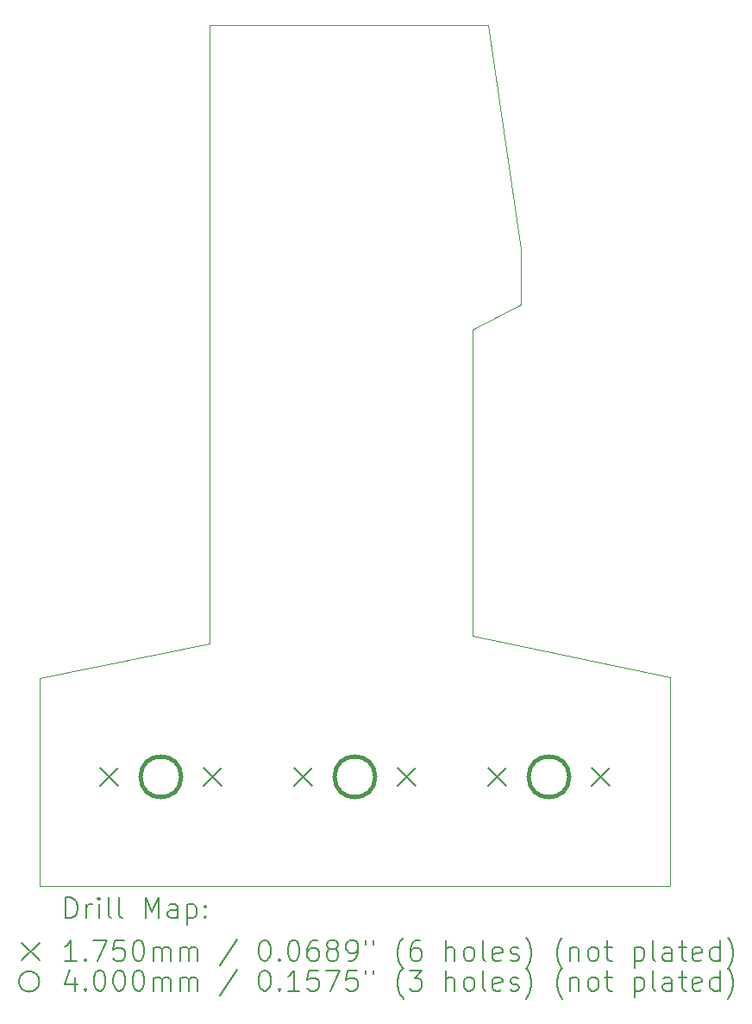
<source format=gbr>
%TF.GenerationSoftware,KiCad,Pcbnew,9.0.2*%
%TF.CreationDate,2025-07-01T11:41:15-07:00*%
%TF.ProjectId,osu_keypad,6f73755f-6b65-4797-9061-642e6b696361,rev?*%
%TF.SameCoordinates,Original*%
%TF.FileFunction,Drillmap*%
%TF.FilePolarity,Positive*%
%FSLAX45Y45*%
G04 Gerber Fmt 4.5, Leading zero omitted, Abs format (unit mm)*
G04 Created by KiCad (PCBNEW 9.0.2) date 2025-07-01 11:41:15*
%MOMM*%
%LPD*%
G01*
G04 APERTURE LIST*
%ADD10C,0.050000*%
%ADD11C,0.200000*%
%ADD12C,0.175000*%
%ADD13C,0.400000*%
G04 APERTURE END LIST*
D10*
X12942500Y-9540500D02*
X13416500Y-9294500D01*
X10358438Y-6548437D02*
X10358438Y-12620625D01*
X12943500Y-12546500D02*
X12942500Y-9540500D01*
X8691563Y-15001875D02*
X14882812Y-15001875D01*
X13416500Y-8749500D02*
X13096875Y-6548437D01*
X8692500Y-12962500D02*
X10358438Y-12620625D01*
X14882812Y-15001875D02*
X14882812Y-12952500D01*
X8691563Y-15001875D02*
X8692500Y-12962500D01*
X13416500Y-9294500D02*
X13416500Y-8749500D01*
X13096875Y-6548437D02*
X10358438Y-6548437D01*
X14882812Y-12952500D02*
X12943500Y-12546500D01*
D11*
D12*
X9286688Y-13842812D02*
X9461688Y-14017812D01*
X9461688Y-13842812D02*
X9286688Y-14017812D01*
X10302688Y-13842812D02*
X10477688Y-14017812D01*
X10477688Y-13842812D02*
X10302688Y-14017812D01*
X11191687Y-13842812D02*
X11366687Y-14017812D01*
X11366687Y-13842812D02*
X11191687Y-14017812D01*
X12207687Y-13842812D02*
X12382687Y-14017812D01*
X12382687Y-13842812D02*
X12207687Y-14017812D01*
X13096687Y-13842812D02*
X13271687Y-14017812D01*
X13271687Y-13842812D02*
X13096687Y-14017812D01*
X14112687Y-13842812D02*
X14287687Y-14017812D01*
X14287687Y-13842812D02*
X14112687Y-14017812D01*
D13*
X10082188Y-13930312D02*
G75*
G02*
X9682188Y-13930312I-200000J0D01*
G01*
X9682188Y-13930312D02*
G75*
G02*
X10082188Y-13930312I200000J0D01*
G01*
X11987187Y-13930312D02*
G75*
G02*
X11587187Y-13930312I-200000J0D01*
G01*
X11587187Y-13930312D02*
G75*
G02*
X11987187Y-13930312I200000J0D01*
G01*
X13892187Y-13930312D02*
G75*
G02*
X13492187Y-13930312I-200000J0D01*
G01*
X13492187Y-13930312D02*
G75*
G02*
X13892187Y-13930312I200000J0D01*
G01*
D11*
X8949839Y-15315859D02*
X8949839Y-15115859D01*
X8949839Y-15115859D02*
X8997458Y-15115859D01*
X8997458Y-15115859D02*
X9026030Y-15125383D01*
X9026030Y-15125383D02*
X9045077Y-15144430D01*
X9045077Y-15144430D02*
X9054601Y-15163478D01*
X9054601Y-15163478D02*
X9064125Y-15201573D01*
X9064125Y-15201573D02*
X9064125Y-15230144D01*
X9064125Y-15230144D02*
X9054601Y-15268240D01*
X9054601Y-15268240D02*
X9045077Y-15287287D01*
X9045077Y-15287287D02*
X9026030Y-15306335D01*
X9026030Y-15306335D02*
X8997458Y-15315859D01*
X8997458Y-15315859D02*
X8949839Y-15315859D01*
X9149839Y-15315859D02*
X9149839Y-15182525D01*
X9149839Y-15220621D02*
X9159363Y-15201573D01*
X9159363Y-15201573D02*
X9168887Y-15192049D01*
X9168887Y-15192049D02*
X9187935Y-15182525D01*
X9187935Y-15182525D02*
X9206982Y-15182525D01*
X9273649Y-15315859D02*
X9273649Y-15182525D01*
X9273649Y-15115859D02*
X9264125Y-15125383D01*
X9264125Y-15125383D02*
X9273649Y-15134906D01*
X9273649Y-15134906D02*
X9283173Y-15125383D01*
X9283173Y-15125383D02*
X9273649Y-15115859D01*
X9273649Y-15115859D02*
X9273649Y-15134906D01*
X9397458Y-15315859D02*
X9378411Y-15306335D01*
X9378411Y-15306335D02*
X9368887Y-15287287D01*
X9368887Y-15287287D02*
X9368887Y-15115859D01*
X9502220Y-15315859D02*
X9483173Y-15306335D01*
X9483173Y-15306335D02*
X9473649Y-15287287D01*
X9473649Y-15287287D02*
X9473649Y-15115859D01*
X9730792Y-15315859D02*
X9730792Y-15115859D01*
X9730792Y-15115859D02*
X9797458Y-15258716D01*
X9797458Y-15258716D02*
X9864125Y-15115859D01*
X9864125Y-15115859D02*
X9864125Y-15315859D01*
X10045077Y-15315859D02*
X10045077Y-15211097D01*
X10045077Y-15211097D02*
X10035554Y-15192049D01*
X10035554Y-15192049D02*
X10016506Y-15182525D01*
X10016506Y-15182525D02*
X9978411Y-15182525D01*
X9978411Y-15182525D02*
X9959363Y-15192049D01*
X10045077Y-15306335D02*
X10026030Y-15315859D01*
X10026030Y-15315859D02*
X9978411Y-15315859D01*
X9978411Y-15315859D02*
X9959363Y-15306335D01*
X9959363Y-15306335D02*
X9949839Y-15287287D01*
X9949839Y-15287287D02*
X9949839Y-15268240D01*
X9949839Y-15268240D02*
X9959363Y-15249192D01*
X9959363Y-15249192D02*
X9978411Y-15239668D01*
X9978411Y-15239668D02*
X10026030Y-15239668D01*
X10026030Y-15239668D02*
X10045077Y-15230144D01*
X10140316Y-15182525D02*
X10140316Y-15382525D01*
X10140316Y-15192049D02*
X10159363Y-15182525D01*
X10159363Y-15182525D02*
X10197458Y-15182525D01*
X10197458Y-15182525D02*
X10216506Y-15192049D01*
X10216506Y-15192049D02*
X10226030Y-15201573D01*
X10226030Y-15201573D02*
X10235554Y-15220621D01*
X10235554Y-15220621D02*
X10235554Y-15277763D01*
X10235554Y-15277763D02*
X10226030Y-15296811D01*
X10226030Y-15296811D02*
X10216506Y-15306335D01*
X10216506Y-15306335D02*
X10197458Y-15315859D01*
X10197458Y-15315859D02*
X10159363Y-15315859D01*
X10159363Y-15315859D02*
X10140316Y-15306335D01*
X10321268Y-15296811D02*
X10330792Y-15306335D01*
X10330792Y-15306335D02*
X10321268Y-15315859D01*
X10321268Y-15315859D02*
X10311744Y-15306335D01*
X10311744Y-15306335D02*
X10321268Y-15296811D01*
X10321268Y-15296811D02*
X10321268Y-15315859D01*
X10321268Y-15192049D02*
X10330792Y-15201573D01*
X10330792Y-15201573D02*
X10321268Y-15211097D01*
X10321268Y-15211097D02*
X10311744Y-15201573D01*
X10311744Y-15201573D02*
X10321268Y-15192049D01*
X10321268Y-15192049D02*
X10321268Y-15211097D01*
D12*
X8514063Y-15556875D02*
X8689063Y-15731875D01*
X8689063Y-15556875D02*
X8514063Y-15731875D01*
D11*
X9054601Y-15735859D02*
X8940316Y-15735859D01*
X8997458Y-15735859D02*
X8997458Y-15535859D01*
X8997458Y-15535859D02*
X8978411Y-15564430D01*
X8978411Y-15564430D02*
X8959363Y-15583478D01*
X8959363Y-15583478D02*
X8940316Y-15593002D01*
X9140316Y-15716811D02*
X9149839Y-15726335D01*
X9149839Y-15726335D02*
X9140316Y-15735859D01*
X9140316Y-15735859D02*
X9130792Y-15726335D01*
X9130792Y-15726335D02*
X9140316Y-15716811D01*
X9140316Y-15716811D02*
X9140316Y-15735859D01*
X9216506Y-15535859D02*
X9349839Y-15535859D01*
X9349839Y-15535859D02*
X9264125Y-15735859D01*
X9521268Y-15535859D02*
X9426030Y-15535859D01*
X9426030Y-15535859D02*
X9416506Y-15631097D01*
X9416506Y-15631097D02*
X9426030Y-15621573D01*
X9426030Y-15621573D02*
X9445077Y-15612049D01*
X9445077Y-15612049D02*
X9492697Y-15612049D01*
X9492697Y-15612049D02*
X9511744Y-15621573D01*
X9511744Y-15621573D02*
X9521268Y-15631097D01*
X9521268Y-15631097D02*
X9530792Y-15650144D01*
X9530792Y-15650144D02*
X9530792Y-15697763D01*
X9530792Y-15697763D02*
X9521268Y-15716811D01*
X9521268Y-15716811D02*
X9511744Y-15726335D01*
X9511744Y-15726335D02*
X9492697Y-15735859D01*
X9492697Y-15735859D02*
X9445077Y-15735859D01*
X9445077Y-15735859D02*
X9426030Y-15726335D01*
X9426030Y-15726335D02*
X9416506Y-15716811D01*
X9654601Y-15535859D02*
X9673649Y-15535859D01*
X9673649Y-15535859D02*
X9692697Y-15545383D01*
X9692697Y-15545383D02*
X9702220Y-15554906D01*
X9702220Y-15554906D02*
X9711744Y-15573954D01*
X9711744Y-15573954D02*
X9721268Y-15612049D01*
X9721268Y-15612049D02*
X9721268Y-15659668D01*
X9721268Y-15659668D02*
X9711744Y-15697763D01*
X9711744Y-15697763D02*
X9702220Y-15716811D01*
X9702220Y-15716811D02*
X9692697Y-15726335D01*
X9692697Y-15726335D02*
X9673649Y-15735859D01*
X9673649Y-15735859D02*
X9654601Y-15735859D01*
X9654601Y-15735859D02*
X9635554Y-15726335D01*
X9635554Y-15726335D02*
X9626030Y-15716811D01*
X9626030Y-15716811D02*
X9616506Y-15697763D01*
X9616506Y-15697763D02*
X9606982Y-15659668D01*
X9606982Y-15659668D02*
X9606982Y-15612049D01*
X9606982Y-15612049D02*
X9616506Y-15573954D01*
X9616506Y-15573954D02*
X9626030Y-15554906D01*
X9626030Y-15554906D02*
X9635554Y-15545383D01*
X9635554Y-15545383D02*
X9654601Y-15535859D01*
X9806982Y-15735859D02*
X9806982Y-15602525D01*
X9806982Y-15621573D02*
X9816506Y-15612049D01*
X9816506Y-15612049D02*
X9835554Y-15602525D01*
X9835554Y-15602525D02*
X9864125Y-15602525D01*
X9864125Y-15602525D02*
X9883173Y-15612049D01*
X9883173Y-15612049D02*
X9892697Y-15631097D01*
X9892697Y-15631097D02*
X9892697Y-15735859D01*
X9892697Y-15631097D02*
X9902220Y-15612049D01*
X9902220Y-15612049D02*
X9921268Y-15602525D01*
X9921268Y-15602525D02*
X9949839Y-15602525D01*
X9949839Y-15602525D02*
X9968887Y-15612049D01*
X9968887Y-15612049D02*
X9978411Y-15631097D01*
X9978411Y-15631097D02*
X9978411Y-15735859D01*
X10073649Y-15735859D02*
X10073649Y-15602525D01*
X10073649Y-15621573D02*
X10083173Y-15612049D01*
X10083173Y-15612049D02*
X10102220Y-15602525D01*
X10102220Y-15602525D02*
X10130792Y-15602525D01*
X10130792Y-15602525D02*
X10149839Y-15612049D01*
X10149839Y-15612049D02*
X10159363Y-15631097D01*
X10159363Y-15631097D02*
X10159363Y-15735859D01*
X10159363Y-15631097D02*
X10168887Y-15612049D01*
X10168887Y-15612049D02*
X10187935Y-15602525D01*
X10187935Y-15602525D02*
X10216506Y-15602525D01*
X10216506Y-15602525D02*
X10235554Y-15612049D01*
X10235554Y-15612049D02*
X10245078Y-15631097D01*
X10245078Y-15631097D02*
X10245078Y-15735859D01*
X10635554Y-15526335D02*
X10464125Y-15783478D01*
X10892697Y-15535859D02*
X10911744Y-15535859D01*
X10911744Y-15535859D02*
X10930792Y-15545383D01*
X10930792Y-15545383D02*
X10940316Y-15554906D01*
X10940316Y-15554906D02*
X10949840Y-15573954D01*
X10949840Y-15573954D02*
X10959363Y-15612049D01*
X10959363Y-15612049D02*
X10959363Y-15659668D01*
X10959363Y-15659668D02*
X10949840Y-15697763D01*
X10949840Y-15697763D02*
X10940316Y-15716811D01*
X10940316Y-15716811D02*
X10930792Y-15726335D01*
X10930792Y-15726335D02*
X10911744Y-15735859D01*
X10911744Y-15735859D02*
X10892697Y-15735859D01*
X10892697Y-15735859D02*
X10873649Y-15726335D01*
X10873649Y-15726335D02*
X10864125Y-15716811D01*
X10864125Y-15716811D02*
X10854601Y-15697763D01*
X10854601Y-15697763D02*
X10845078Y-15659668D01*
X10845078Y-15659668D02*
X10845078Y-15612049D01*
X10845078Y-15612049D02*
X10854601Y-15573954D01*
X10854601Y-15573954D02*
X10864125Y-15554906D01*
X10864125Y-15554906D02*
X10873649Y-15545383D01*
X10873649Y-15545383D02*
X10892697Y-15535859D01*
X11045078Y-15716811D02*
X11054601Y-15726335D01*
X11054601Y-15726335D02*
X11045078Y-15735859D01*
X11045078Y-15735859D02*
X11035554Y-15726335D01*
X11035554Y-15726335D02*
X11045078Y-15716811D01*
X11045078Y-15716811D02*
X11045078Y-15735859D01*
X11178411Y-15535859D02*
X11197459Y-15535859D01*
X11197459Y-15535859D02*
X11216506Y-15545383D01*
X11216506Y-15545383D02*
X11226030Y-15554906D01*
X11226030Y-15554906D02*
X11235554Y-15573954D01*
X11235554Y-15573954D02*
X11245078Y-15612049D01*
X11245078Y-15612049D02*
X11245078Y-15659668D01*
X11245078Y-15659668D02*
X11235554Y-15697763D01*
X11235554Y-15697763D02*
X11226030Y-15716811D01*
X11226030Y-15716811D02*
X11216506Y-15726335D01*
X11216506Y-15726335D02*
X11197459Y-15735859D01*
X11197459Y-15735859D02*
X11178411Y-15735859D01*
X11178411Y-15735859D02*
X11159363Y-15726335D01*
X11159363Y-15726335D02*
X11149840Y-15716811D01*
X11149840Y-15716811D02*
X11140316Y-15697763D01*
X11140316Y-15697763D02*
X11130792Y-15659668D01*
X11130792Y-15659668D02*
X11130792Y-15612049D01*
X11130792Y-15612049D02*
X11140316Y-15573954D01*
X11140316Y-15573954D02*
X11149840Y-15554906D01*
X11149840Y-15554906D02*
X11159363Y-15545383D01*
X11159363Y-15545383D02*
X11178411Y-15535859D01*
X11416506Y-15535859D02*
X11378411Y-15535859D01*
X11378411Y-15535859D02*
X11359363Y-15545383D01*
X11359363Y-15545383D02*
X11349839Y-15554906D01*
X11349839Y-15554906D02*
X11330792Y-15583478D01*
X11330792Y-15583478D02*
X11321268Y-15621573D01*
X11321268Y-15621573D02*
X11321268Y-15697763D01*
X11321268Y-15697763D02*
X11330792Y-15716811D01*
X11330792Y-15716811D02*
X11340316Y-15726335D01*
X11340316Y-15726335D02*
X11359363Y-15735859D01*
X11359363Y-15735859D02*
X11397459Y-15735859D01*
X11397459Y-15735859D02*
X11416506Y-15726335D01*
X11416506Y-15726335D02*
X11426030Y-15716811D01*
X11426030Y-15716811D02*
X11435554Y-15697763D01*
X11435554Y-15697763D02*
X11435554Y-15650144D01*
X11435554Y-15650144D02*
X11426030Y-15631097D01*
X11426030Y-15631097D02*
X11416506Y-15621573D01*
X11416506Y-15621573D02*
X11397459Y-15612049D01*
X11397459Y-15612049D02*
X11359363Y-15612049D01*
X11359363Y-15612049D02*
X11340316Y-15621573D01*
X11340316Y-15621573D02*
X11330792Y-15631097D01*
X11330792Y-15631097D02*
X11321268Y-15650144D01*
X11549839Y-15621573D02*
X11530792Y-15612049D01*
X11530792Y-15612049D02*
X11521268Y-15602525D01*
X11521268Y-15602525D02*
X11511744Y-15583478D01*
X11511744Y-15583478D02*
X11511744Y-15573954D01*
X11511744Y-15573954D02*
X11521268Y-15554906D01*
X11521268Y-15554906D02*
X11530792Y-15545383D01*
X11530792Y-15545383D02*
X11549839Y-15535859D01*
X11549839Y-15535859D02*
X11587935Y-15535859D01*
X11587935Y-15535859D02*
X11606982Y-15545383D01*
X11606982Y-15545383D02*
X11616506Y-15554906D01*
X11616506Y-15554906D02*
X11626030Y-15573954D01*
X11626030Y-15573954D02*
X11626030Y-15583478D01*
X11626030Y-15583478D02*
X11616506Y-15602525D01*
X11616506Y-15602525D02*
X11606982Y-15612049D01*
X11606982Y-15612049D02*
X11587935Y-15621573D01*
X11587935Y-15621573D02*
X11549839Y-15621573D01*
X11549839Y-15621573D02*
X11530792Y-15631097D01*
X11530792Y-15631097D02*
X11521268Y-15640621D01*
X11521268Y-15640621D02*
X11511744Y-15659668D01*
X11511744Y-15659668D02*
X11511744Y-15697763D01*
X11511744Y-15697763D02*
X11521268Y-15716811D01*
X11521268Y-15716811D02*
X11530792Y-15726335D01*
X11530792Y-15726335D02*
X11549839Y-15735859D01*
X11549839Y-15735859D02*
X11587935Y-15735859D01*
X11587935Y-15735859D02*
X11606982Y-15726335D01*
X11606982Y-15726335D02*
X11616506Y-15716811D01*
X11616506Y-15716811D02*
X11626030Y-15697763D01*
X11626030Y-15697763D02*
X11626030Y-15659668D01*
X11626030Y-15659668D02*
X11616506Y-15640621D01*
X11616506Y-15640621D02*
X11606982Y-15631097D01*
X11606982Y-15631097D02*
X11587935Y-15621573D01*
X11721268Y-15735859D02*
X11759363Y-15735859D01*
X11759363Y-15735859D02*
X11778411Y-15726335D01*
X11778411Y-15726335D02*
X11787935Y-15716811D01*
X11787935Y-15716811D02*
X11806982Y-15688240D01*
X11806982Y-15688240D02*
X11816506Y-15650144D01*
X11816506Y-15650144D02*
X11816506Y-15573954D01*
X11816506Y-15573954D02*
X11806982Y-15554906D01*
X11806982Y-15554906D02*
X11797459Y-15545383D01*
X11797459Y-15545383D02*
X11778411Y-15535859D01*
X11778411Y-15535859D02*
X11740316Y-15535859D01*
X11740316Y-15535859D02*
X11721268Y-15545383D01*
X11721268Y-15545383D02*
X11711744Y-15554906D01*
X11711744Y-15554906D02*
X11702220Y-15573954D01*
X11702220Y-15573954D02*
X11702220Y-15621573D01*
X11702220Y-15621573D02*
X11711744Y-15640621D01*
X11711744Y-15640621D02*
X11721268Y-15650144D01*
X11721268Y-15650144D02*
X11740316Y-15659668D01*
X11740316Y-15659668D02*
X11778411Y-15659668D01*
X11778411Y-15659668D02*
X11797459Y-15650144D01*
X11797459Y-15650144D02*
X11806982Y-15640621D01*
X11806982Y-15640621D02*
X11816506Y-15621573D01*
X11892697Y-15535859D02*
X11892697Y-15573954D01*
X11968887Y-15535859D02*
X11968887Y-15573954D01*
X12264125Y-15812049D02*
X12254601Y-15802525D01*
X12254601Y-15802525D02*
X12235554Y-15773954D01*
X12235554Y-15773954D02*
X12226030Y-15754906D01*
X12226030Y-15754906D02*
X12216506Y-15726335D01*
X12216506Y-15726335D02*
X12206982Y-15678716D01*
X12206982Y-15678716D02*
X12206982Y-15640621D01*
X12206982Y-15640621D02*
X12216506Y-15593002D01*
X12216506Y-15593002D02*
X12226030Y-15564430D01*
X12226030Y-15564430D02*
X12235554Y-15545383D01*
X12235554Y-15545383D02*
X12254601Y-15516811D01*
X12254601Y-15516811D02*
X12264125Y-15507287D01*
X12426030Y-15535859D02*
X12387935Y-15535859D01*
X12387935Y-15535859D02*
X12368887Y-15545383D01*
X12368887Y-15545383D02*
X12359363Y-15554906D01*
X12359363Y-15554906D02*
X12340316Y-15583478D01*
X12340316Y-15583478D02*
X12330792Y-15621573D01*
X12330792Y-15621573D02*
X12330792Y-15697763D01*
X12330792Y-15697763D02*
X12340316Y-15716811D01*
X12340316Y-15716811D02*
X12349840Y-15726335D01*
X12349840Y-15726335D02*
X12368887Y-15735859D01*
X12368887Y-15735859D02*
X12406982Y-15735859D01*
X12406982Y-15735859D02*
X12426030Y-15726335D01*
X12426030Y-15726335D02*
X12435554Y-15716811D01*
X12435554Y-15716811D02*
X12445078Y-15697763D01*
X12445078Y-15697763D02*
X12445078Y-15650144D01*
X12445078Y-15650144D02*
X12435554Y-15631097D01*
X12435554Y-15631097D02*
X12426030Y-15621573D01*
X12426030Y-15621573D02*
X12406982Y-15612049D01*
X12406982Y-15612049D02*
X12368887Y-15612049D01*
X12368887Y-15612049D02*
X12349840Y-15621573D01*
X12349840Y-15621573D02*
X12340316Y-15631097D01*
X12340316Y-15631097D02*
X12330792Y-15650144D01*
X12683173Y-15735859D02*
X12683173Y-15535859D01*
X12768887Y-15735859D02*
X12768887Y-15631097D01*
X12768887Y-15631097D02*
X12759363Y-15612049D01*
X12759363Y-15612049D02*
X12740316Y-15602525D01*
X12740316Y-15602525D02*
X12711744Y-15602525D01*
X12711744Y-15602525D02*
X12692697Y-15612049D01*
X12692697Y-15612049D02*
X12683173Y-15621573D01*
X12892697Y-15735859D02*
X12873649Y-15726335D01*
X12873649Y-15726335D02*
X12864125Y-15716811D01*
X12864125Y-15716811D02*
X12854602Y-15697763D01*
X12854602Y-15697763D02*
X12854602Y-15640621D01*
X12854602Y-15640621D02*
X12864125Y-15621573D01*
X12864125Y-15621573D02*
X12873649Y-15612049D01*
X12873649Y-15612049D02*
X12892697Y-15602525D01*
X12892697Y-15602525D02*
X12921268Y-15602525D01*
X12921268Y-15602525D02*
X12940316Y-15612049D01*
X12940316Y-15612049D02*
X12949840Y-15621573D01*
X12949840Y-15621573D02*
X12959363Y-15640621D01*
X12959363Y-15640621D02*
X12959363Y-15697763D01*
X12959363Y-15697763D02*
X12949840Y-15716811D01*
X12949840Y-15716811D02*
X12940316Y-15726335D01*
X12940316Y-15726335D02*
X12921268Y-15735859D01*
X12921268Y-15735859D02*
X12892697Y-15735859D01*
X13073649Y-15735859D02*
X13054602Y-15726335D01*
X13054602Y-15726335D02*
X13045078Y-15707287D01*
X13045078Y-15707287D02*
X13045078Y-15535859D01*
X13226030Y-15726335D02*
X13206983Y-15735859D01*
X13206983Y-15735859D02*
X13168887Y-15735859D01*
X13168887Y-15735859D02*
X13149840Y-15726335D01*
X13149840Y-15726335D02*
X13140316Y-15707287D01*
X13140316Y-15707287D02*
X13140316Y-15631097D01*
X13140316Y-15631097D02*
X13149840Y-15612049D01*
X13149840Y-15612049D02*
X13168887Y-15602525D01*
X13168887Y-15602525D02*
X13206983Y-15602525D01*
X13206983Y-15602525D02*
X13226030Y-15612049D01*
X13226030Y-15612049D02*
X13235554Y-15631097D01*
X13235554Y-15631097D02*
X13235554Y-15650144D01*
X13235554Y-15650144D02*
X13140316Y-15669192D01*
X13311744Y-15726335D02*
X13330792Y-15735859D01*
X13330792Y-15735859D02*
X13368887Y-15735859D01*
X13368887Y-15735859D02*
X13387935Y-15726335D01*
X13387935Y-15726335D02*
X13397459Y-15707287D01*
X13397459Y-15707287D02*
X13397459Y-15697763D01*
X13397459Y-15697763D02*
X13387935Y-15678716D01*
X13387935Y-15678716D02*
X13368887Y-15669192D01*
X13368887Y-15669192D02*
X13340316Y-15669192D01*
X13340316Y-15669192D02*
X13321268Y-15659668D01*
X13321268Y-15659668D02*
X13311744Y-15640621D01*
X13311744Y-15640621D02*
X13311744Y-15631097D01*
X13311744Y-15631097D02*
X13321268Y-15612049D01*
X13321268Y-15612049D02*
X13340316Y-15602525D01*
X13340316Y-15602525D02*
X13368887Y-15602525D01*
X13368887Y-15602525D02*
X13387935Y-15612049D01*
X13464125Y-15812049D02*
X13473649Y-15802525D01*
X13473649Y-15802525D02*
X13492697Y-15773954D01*
X13492697Y-15773954D02*
X13502221Y-15754906D01*
X13502221Y-15754906D02*
X13511744Y-15726335D01*
X13511744Y-15726335D02*
X13521268Y-15678716D01*
X13521268Y-15678716D02*
X13521268Y-15640621D01*
X13521268Y-15640621D02*
X13511744Y-15593002D01*
X13511744Y-15593002D02*
X13502221Y-15564430D01*
X13502221Y-15564430D02*
X13492697Y-15545383D01*
X13492697Y-15545383D02*
X13473649Y-15516811D01*
X13473649Y-15516811D02*
X13464125Y-15507287D01*
X13826030Y-15812049D02*
X13816506Y-15802525D01*
X13816506Y-15802525D02*
X13797459Y-15773954D01*
X13797459Y-15773954D02*
X13787935Y-15754906D01*
X13787935Y-15754906D02*
X13778411Y-15726335D01*
X13778411Y-15726335D02*
X13768887Y-15678716D01*
X13768887Y-15678716D02*
X13768887Y-15640621D01*
X13768887Y-15640621D02*
X13778411Y-15593002D01*
X13778411Y-15593002D02*
X13787935Y-15564430D01*
X13787935Y-15564430D02*
X13797459Y-15545383D01*
X13797459Y-15545383D02*
X13816506Y-15516811D01*
X13816506Y-15516811D02*
X13826030Y-15507287D01*
X13902221Y-15602525D02*
X13902221Y-15735859D01*
X13902221Y-15621573D02*
X13911744Y-15612049D01*
X13911744Y-15612049D02*
X13930792Y-15602525D01*
X13930792Y-15602525D02*
X13959364Y-15602525D01*
X13959364Y-15602525D02*
X13978411Y-15612049D01*
X13978411Y-15612049D02*
X13987935Y-15631097D01*
X13987935Y-15631097D02*
X13987935Y-15735859D01*
X14111744Y-15735859D02*
X14092697Y-15726335D01*
X14092697Y-15726335D02*
X14083173Y-15716811D01*
X14083173Y-15716811D02*
X14073649Y-15697763D01*
X14073649Y-15697763D02*
X14073649Y-15640621D01*
X14073649Y-15640621D02*
X14083173Y-15621573D01*
X14083173Y-15621573D02*
X14092697Y-15612049D01*
X14092697Y-15612049D02*
X14111744Y-15602525D01*
X14111744Y-15602525D02*
X14140316Y-15602525D01*
X14140316Y-15602525D02*
X14159364Y-15612049D01*
X14159364Y-15612049D02*
X14168887Y-15621573D01*
X14168887Y-15621573D02*
X14178411Y-15640621D01*
X14178411Y-15640621D02*
X14178411Y-15697763D01*
X14178411Y-15697763D02*
X14168887Y-15716811D01*
X14168887Y-15716811D02*
X14159364Y-15726335D01*
X14159364Y-15726335D02*
X14140316Y-15735859D01*
X14140316Y-15735859D02*
X14111744Y-15735859D01*
X14235554Y-15602525D02*
X14311744Y-15602525D01*
X14264125Y-15535859D02*
X14264125Y-15707287D01*
X14264125Y-15707287D02*
X14273649Y-15726335D01*
X14273649Y-15726335D02*
X14292697Y-15735859D01*
X14292697Y-15735859D02*
X14311744Y-15735859D01*
X14530792Y-15602525D02*
X14530792Y-15802525D01*
X14530792Y-15612049D02*
X14549840Y-15602525D01*
X14549840Y-15602525D02*
X14587935Y-15602525D01*
X14587935Y-15602525D02*
X14606983Y-15612049D01*
X14606983Y-15612049D02*
X14616506Y-15621573D01*
X14616506Y-15621573D02*
X14626030Y-15640621D01*
X14626030Y-15640621D02*
X14626030Y-15697763D01*
X14626030Y-15697763D02*
X14616506Y-15716811D01*
X14616506Y-15716811D02*
X14606983Y-15726335D01*
X14606983Y-15726335D02*
X14587935Y-15735859D01*
X14587935Y-15735859D02*
X14549840Y-15735859D01*
X14549840Y-15735859D02*
X14530792Y-15726335D01*
X14740316Y-15735859D02*
X14721268Y-15726335D01*
X14721268Y-15726335D02*
X14711745Y-15707287D01*
X14711745Y-15707287D02*
X14711745Y-15535859D01*
X14902221Y-15735859D02*
X14902221Y-15631097D01*
X14902221Y-15631097D02*
X14892697Y-15612049D01*
X14892697Y-15612049D02*
X14873649Y-15602525D01*
X14873649Y-15602525D02*
X14835554Y-15602525D01*
X14835554Y-15602525D02*
X14816506Y-15612049D01*
X14902221Y-15726335D02*
X14883173Y-15735859D01*
X14883173Y-15735859D02*
X14835554Y-15735859D01*
X14835554Y-15735859D02*
X14816506Y-15726335D01*
X14816506Y-15726335D02*
X14806983Y-15707287D01*
X14806983Y-15707287D02*
X14806983Y-15688240D01*
X14806983Y-15688240D02*
X14816506Y-15669192D01*
X14816506Y-15669192D02*
X14835554Y-15659668D01*
X14835554Y-15659668D02*
X14883173Y-15659668D01*
X14883173Y-15659668D02*
X14902221Y-15650144D01*
X14968887Y-15602525D02*
X15045078Y-15602525D01*
X14997459Y-15535859D02*
X14997459Y-15707287D01*
X14997459Y-15707287D02*
X15006983Y-15726335D01*
X15006983Y-15726335D02*
X15026030Y-15735859D01*
X15026030Y-15735859D02*
X15045078Y-15735859D01*
X15187935Y-15726335D02*
X15168887Y-15735859D01*
X15168887Y-15735859D02*
X15130792Y-15735859D01*
X15130792Y-15735859D02*
X15111745Y-15726335D01*
X15111745Y-15726335D02*
X15102221Y-15707287D01*
X15102221Y-15707287D02*
X15102221Y-15631097D01*
X15102221Y-15631097D02*
X15111745Y-15612049D01*
X15111745Y-15612049D02*
X15130792Y-15602525D01*
X15130792Y-15602525D02*
X15168887Y-15602525D01*
X15168887Y-15602525D02*
X15187935Y-15612049D01*
X15187935Y-15612049D02*
X15197459Y-15631097D01*
X15197459Y-15631097D02*
X15197459Y-15650144D01*
X15197459Y-15650144D02*
X15102221Y-15669192D01*
X15368887Y-15735859D02*
X15368887Y-15535859D01*
X15368887Y-15726335D02*
X15349840Y-15735859D01*
X15349840Y-15735859D02*
X15311745Y-15735859D01*
X15311745Y-15735859D02*
X15292697Y-15726335D01*
X15292697Y-15726335D02*
X15283173Y-15716811D01*
X15283173Y-15716811D02*
X15273649Y-15697763D01*
X15273649Y-15697763D02*
X15273649Y-15640621D01*
X15273649Y-15640621D02*
X15283173Y-15621573D01*
X15283173Y-15621573D02*
X15292697Y-15612049D01*
X15292697Y-15612049D02*
X15311745Y-15602525D01*
X15311745Y-15602525D02*
X15349840Y-15602525D01*
X15349840Y-15602525D02*
X15368887Y-15612049D01*
X15445078Y-15812049D02*
X15454602Y-15802525D01*
X15454602Y-15802525D02*
X15473649Y-15773954D01*
X15473649Y-15773954D02*
X15483173Y-15754906D01*
X15483173Y-15754906D02*
X15492697Y-15726335D01*
X15492697Y-15726335D02*
X15502221Y-15678716D01*
X15502221Y-15678716D02*
X15502221Y-15640621D01*
X15502221Y-15640621D02*
X15492697Y-15593002D01*
X15492697Y-15593002D02*
X15483173Y-15564430D01*
X15483173Y-15564430D02*
X15473649Y-15545383D01*
X15473649Y-15545383D02*
X15454602Y-15516811D01*
X15454602Y-15516811D02*
X15445078Y-15507287D01*
X8689063Y-15939375D02*
G75*
G02*
X8489063Y-15939375I-100000J0D01*
G01*
X8489063Y-15939375D02*
G75*
G02*
X8689063Y-15939375I100000J0D01*
G01*
X9035554Y-15897525D02*
X9035554Y-16030859D01*
X8987935Y-15821335D02*
X8940316Y-15964192D01*
X8940316Y-15964192D02*
X9064125Y-15964192D01*
X9140316Y-16011811D02*
X9149839Y-16021335D01*
X9149839Y-16021335D02*
X9140316Y-16030859D01*
X9140316Y-16030859D02*
X9130792Y-16021335D01*
X9130792Y-16021335D02*
X9140316Y-16011811D01*
X9140316Y-16011811D02*
X9140316Y-16030859D01*
X9273649Y-15830859D02*
X9292697Y-15830859D01*
X9292697Y-15830859D02*
X9311744Y-15840383D01*
X9311744Y-15840383D02*
X9321268Y-15849906D01*
X9321268Y-15849906D02*
X9330792Y-15868954D01*
X9330792Y-15868954D02*
X9340316Y-15907049D01*
X9340316Y-15907049D02*
X9340316Y-15954668D01*
X9340316Y-15954668D02*
X9330792Y-15992763D01*
X9330792Y-15992763D02*
X9321268Y-16011811D01*
X9321268Y-16011811D02*
X9311744Y-16021335D01*
X9311744Y-16021335D02*
X9292697Y-16030859D01*
X9292697Y-16030859D02*
X9273649Y-16030859D01*
X9273649Y-16030859D02*
X9254601Y-16021335D01*
X9254601Y-16021335D02*
X9245077Y-16011811D01*
X9245077Y-16011811D02*
X9235554Y-15992763D01*
X9235554Y-15992763D02*
X9226030Y-15954668D01*
X9226030Y-15954668D02*
X9226030Y-15907049D01*
X9226030Y-15907049D02*
X9235554Y-15868954D01*
X9235554Y-15868954D02*
X9245077Y-15849906D01*
X9245077Y-15849906D02*
X9254601Y-15840383D01*
X9254601Y-15840383D02*
X9273649Y-15830859D01*
X9464125Y-15830859D02*
X9483173Y-15830859D01*
X9483173Y-15830859D02*
X9502220Y-15840383D01*
X9502220Y-15840383D02*
X9511744Y-15849906D01*
X9511744Y-15849906D02*
X9521268Y-15868954D01*
X9521268Y-15868954D02*
X9530792Y-15907049D01*
X9530792Y-15907049D02*
X9530792Y-15954668D01*
X9530792Y-15954668D02*
X9521268Y-15992763D01*
X9521268Y-15992763D02*
X9511744Y-16011811D01*
X9511744Y-16011811D02*
X9502220Y-16021335D01*
X9502220Y-16021335D02*
X9483173Y-16030859D01*
X9483173Y-16030859D02*
X9464125Y-16030859D01*
X9464125Y-16030859D02*
X9445077Y-16021335D01*
X9445077Y-16021335D02*
X9435554Y-16011811D01*
X9435554Y-16011811D02*
X9426030Y-15992763D01*
X9426030Y-15992763D02*
X9416506Y-15954668D01*
X9416506Y-15954668D02*
X9416506Y-15907049D01*
X9416506Y-15907049D02*
X9426030Y-15868954D01*
X9426030Y-15868954D02*
X9435554Y-15849906D01*
X9435554Y-15849906D02*
X9445077Y-15840383D01*
X9445077Y-15840383D02*
X9464125Y-15830859D01*
X9654601Y-15830859D02*
X9673649Y-15830859D01*
X9673649Y-15830859D02*
X9692697Y-15840383D01*
X9692697Y-15840383D02*
X9702220Y-15849906D01*
X9702220Y-15849906D02*
X9711744Y-15868954D01*
X9711744Y-15868954D02*
X9721268Y-15907049D01*
X9721268Y-15907049D02*
X9721268Y-15954668D01*
X9721268Y-15954668D02*
X9711744Y-15992763D01*
X9711744Y-15992763D02*
X9702220Y-16011811D01*
X9702220Y-16011811D02*
X9692697Y-16021335D01*
X9692697Y-16021335D02*
X9673649Y-16030859D01*
X9673649Y-16030859D02*
X9654601Y-16030859D01*
X9654601Y-16030859D02*
X9635554Y-16021335D01*
X9635554Y-16021335D02*
X9626030Y-16011811D01*
X9626030Y-16011811D02*
X9616506Y-15992763D01*
X9616506Y-15992763D02*
X9606982Y-15954668D01*
X9606982Y-15954668D02*
X9606982Y-15907049D01*
X9606982Y-15907049D02*
X9616506Y-15868954D01*
X9616506Y-15868954D02*
X9626030Y-15849906D01*
X9626030Y-15849906D02*
X9635554Y-15840383D01*
X9635554Y-15840383D02*
X9654601Y-15830859D01*
X9806982Y-16030859D02*
X9806982Y-15897525D01*
X9806982Y-15916573D02*
X9816506Y-15907049D01*
X9816506Y-15907049D02*
X9835554Y-15897525D01*
X9835554Y-15897525D02*
X9864125Y-15897525D01*
X9864125Y-15897525D02*
X9883173Y-15907049D01*
X9883173Y-15907049D02*
X9892697Y-15926097D01*
X9892697Y-15926097D02*
X9892697Y-16030859D01*
X9892697Y-15926097D02*
X9902220Y-15907049D01*
X9902220Y-15907049D02*
X9921268Y-15897525D01*
X9921268Y-15897525D02*
X9949839Y-15897525D01*
X9949839Y-15897525D02*
X9968887Y-15907049D01*
X9968887Y-15907049D02*
X9978411Y-15926097D01*
X9978411Y-15926097D02*
X9978411Y-16030859D01*
X10073649Y-16030859D02*
X10073649Y-15897525D01*
X10073649Y-15916573D02*
X10083173Y-15907049D01*
X10083173Y-15907049D02*
X10102220Y-15897525D01*
X10102220Y-15897525D02*
X10130792Y-15897525D01*
X10130792Y-15897525D02*
X10149839Y-15907049D01*
X10149839Y-15907049D02*
X10159363Y-15926097D01*
X10159363Y-15926097D02*
X10159363Y-16030859D01*
X10159363Y-15926097D02*
X10168887Y-15907049D01*
X10168887Y-15907049D02*
X10187935Y-15897525D01*
X10187935Y-15897525D02*
X10216506Y-15897525D01*
X10216506Y-15897525D02*
X10235554Y-15907049D01*
X10235554Y-15907049D02*
X10245078Y-15926097D01*
X10245078Y-15926097D02*
X10245078Y-16030859D01*
X10635554Y-15821335D02*
X10464125Y-16078478D01*
X10892697Y-15830859D02*
X10911744Y-15830859D01*
X10911744Y-15830859D02*
X10930792Y-15840383D01*
X10930792Y-15840383D02*
X10940316Y-15849906D01*
X10940316Y-15849906D02*
X10949840Y-15868954D01*
X10949840Y-15868954D02*
X10959363Y-15907049D01*
X10959363Y-15907049D02*
X10959363Y-15954668D01*
X10959363Y-15954668D02*
X10949840Y-15992763D01*
X10949840Y-15992763D02*
X10940316Y-16011811D01*
X10940316Y-16011811D02*
X10930792Y-16021335D01*
X10930792Y-16021335D02*
X10911744Y-16030859D01*
X10911744Y-16030859D02*
X10892697Y-16030859D01*
X10892697Y-16030859D02*
X10873649Y-16021335D01*
X10873649Y-16021335D02*
X10864125Y-16011811D01*
X10864125Y-16011811D02*
X10854601Y-15992763D01*
X10854601Y-15992763D02*
X10845078Y-15954668D01*
X10845078Y-15954668D02*
X10845078Y-15907049D01*
X10845078Y-15907049D02*
X10854601Y-15868954D01*
X10854601Y-15868954D02*
X10864125Y-15849906D01*
X10864125Y-15849906D02*
X10873649Y-15840383D01*
X10873649Y-15840383D02*
X10892697Y-15830859D01*
X11045078Y-16011811D02*
X11054601Y-16021335D01*
X11054601Y-16021335D02*
X11045078Y-16030859D01*
X11045078Y-16030859D02*
X11035554Y-16021335D01*
X11035554Y-16021335D02*
X11045078Y-16011811D01*
X11045078Y-16011811D02*
X11045078Y-16030859D01*
X11245078Y-16030859D02*
X11130792Y-16030859D01*
X11187935Y-16030859D02*
X11187935Y-15830859D01*
X11187935Y-15830859D02*
X11168887Y-15859430D01*
X11168887Y-15859430D02*
X11149840Y-15878478D01*
X11149840Y-15878478D02*
X11130792Y-15888002D01*
X11426030Y-15830859D02*
X11330792Y-15830859D01*
X11330792Y-15830859D02*
X11321268Y-15926097D01*
X11321268Y-15926097D02*
X11330792Y-15916573D01*
X11330792Y-15916573D02*
X11349839Y-15907049D01*
X11349839Y-15907049D02*
X11397459Y-15907049D01*
X11397459Y-15907049D02*
X11416506Y-15916573D01*
X11416506Y-15916573D02*
X11426030Y-15926097D01*
X11426030Y-15926097D02*
X11435554Y-15945144D01*
X11435554Y-15945144D02*
X11435554Y-15992763D01*
X11435554Y-15992763D02*
X11426030Y-16011811D01*
X11426030Y-16011811D02*
X11416506Y-16021335D01*
X11416506Y-16021335D02*
X11397459Y-16030859D01*
X11397459Y-16030859D02*
X11349839Y-16030859D01*
X11349839Y-16030859D02*
X11330792Y-16021335D01*
X11330792Y-16021335D02*
X11321268Y-16011811D01*
X11502220Y-15830859D02*
X11635554Y-15830859D01*
X11635554Y-15830859D02*
X11549839Y-16030859D01*
X11806982Y-15830859D02*
X11711744Y-15830859D01*
X11711744Y-15830859D02*
X11702220Y-15926097D01*
X11702220Y-15926097D02*
X11711744Y-15916573D01*
X11711744Y-15916573D02*
X11730792Y-15907049D01*
X11730792Y-15907049D02*
X11778411Y-15907049D01*
X11778411Y-15907049D02*
X11797459Y-15916573D01*
X11797459Y-15916573D02*
X11806982Y-15926097D01*
X11806982Y-15926097D02*
X11816506Y-15945144D01*
X11816506Y-15945144D02*
X11816506Y-15992763D01*
X11816506Y-15992763D02*
X11806982Y-16011811D01*
X11806982Y-16011811D02*
X11797459Y-16021335D01*
X11797459Y-16021335D02*
X11778411Y-16030859D01*
X11778411Y-16030859D02*
X11730792Y-16030859D01*
X11730792Y-16030859D02*
X11711744Y-16021335D01*
X11711744Y-16021335D02*
X11702220Y-16011811D01*
X11892697Y-15830859D02*
X11892697Y-15868954D01*
X11968887Y-15830859D02*
X11968887Y-15868954D01*
X12264125Y-16107049D02*
X12254601Y-16097525D01*
X12254601Y-16097525D02*
X12235554Y-16068954D01*
X12235554Y-16068954D02*
X12226030Y-16049906D01*
X12226030Y-16049906D02*
X12216506Y-16021335D01*
X12216506Y-16021335D02*
X12206982Y-15973716D01*
X12206982Y-15973716D02*
X12206982Y-15935621D01*
X12206982Y-15935621D02*
X12216506Y-15888002D01*
X12216506Y-15888002D02*
X12226030Y-15859430D01*
X12226030Y-15859430D02*
X12235554Y-15840383D01*
X12235554Y-15840383D02*
X12254601Y-15811811D01*
X12254601Y-15811811D02*
X12264125Y-15802287D01*
X12321268Y-15830859D02*
X12445078Y-15830859D01*
X12445078Y-15830859D02*
X12378411Y-15907049D01*
X12378411Y-15907049D02*
X12406982Y-15907049D01*
X12406982Y-15907049D02*
X12426030Y-15916573D01*
X12426030Y-15916573D02*
X12435554Y-15926097D01*
X12435554Y-15926097D02*
X12445078Y-15945144D01*
X12445078Y-15945144D02*
X12445078Y-15992763D01*
X12445078Y-15992763D02*
X12435554Y-16011811D01*
X12435554Y-16011811D02*
X12426030Y-16021335D01*
X12426030Y-16021335D02*
X12406982Y-16030859D01*
X12406982Y-16030859D02*
X12349840Y-16030859D01*
X12349840Y-16030859D02*
X12330792Y-16021335D01*
X12330792Y-16021335D02*
X12321268Y-16011811D01*
X12683173Y-16030859D02*
X12683173Y-15830859D01*
X12768887Y-16030859D02*
X12768887Y-15926097D01*
X12768887Y-15926097D02*
X12759363Y-15907049D01*
X12759363Y-15907049D02*
X12740316Y-15897525D01*
X12740316Y-15897525D02*
X12711744Y-15897525D01*
X12711744Y-15897525D02*
X12692697Y-15907049D01*
X12692697Y-15907049D02*
X12683173Y-15916573D01*
X12892697Y-16030859D02*
X12873649Y-16021335D01*
X12873649Y-16021335D02*
X12864125Y-16011811D01*
X12864125Y-16011811D02*
X12854602Y-15992763D01*
X12854602Y-15992763D02*
X12854602Y-15935621D01*
X12854602Y-15935621D02*
X12864125Y-15916573D01*
X12864125Y-15916573D02*
X12873649Y-15907049D01*
X12873649Y-15907049D02*
X12892697Y-15897525D01*
X12892697Y-15897525D02*
X12921268Y-15897525D01*
X12921268Y-15897525D02*
X12940316Y-15907049D01*
X12940316Y-15907049D02*
X12949840Y-15916573D01*
X12949840Y-15916573D02*
X12959363Y-15935621D01*
X12959363Y-15935621D02*
X12959363Y-15992763D01*
X12959363Y-15992763D02*
X12949840Y-16011811D01*
X12949840Y-16011811D02*
X12940316Y-16021335D01*
X12940316Y-16021335D02*
X12921268Y-16030859D01*
X12921268Y-16030859D02*
X12892697Y-16030859D01*
X13073649Y-16030859D02*
X13054602Y-16021335D01*
X13054602Y-16021335D02*
X13045078Y-16002287D01*
X13045078Y-16002287D02*
X13045078Y-15830859D01*
X13226030Y-16021335D02*
X13206983Y-16030859D01*
X13206983Y-16030859D02*
X13168887Y-16030859D01*
X13168887Y-16030859D02*
X13149840Y-16021335D01*
X13149840Y-16021335D02*
X13140316Y-16002287D01*
X13140316Y-16002287D02*
X13140316Y-15926097D01*
X13140316Y-15926097D02*
X13149840Y-15907049D01*
X13149840Y-15907049D02*
X13168887Y-15897525D01*
X13168887Y-15897525D02*
X13206983Y-15897525D01*
X13206983Y-15897525D02*
X13226030Y-15907049D01*
X13226030Y-15907049D02*
X13235554Y-15926097D01*
X13235554Y-15926097D02*
X13235554Y-15945144D01*
X13235554Y-15945144D02*
X13140316Y-15964192D01*
X13311744Y-16021335D02*
X13330792Y-16030859D01*
X13330792Y-16030859D02*
X13368887Y-16030859D01*
X13368887Y-16030859D02*
X13387935Y-16021335D01*
X13387935Y-16021335D02*
X13397459Y-16002287D01*
X13397459Y-16002287D02*
X13397459Y-15992763D01*
X13397459Y-15992763D02*
X13387935Y-15973716D01*
X13387935Y-15973716D02*
X13368887Y-15964192D01*
X13368887Y-15964192D02*
X13340316Y-15964192D01*
X13340316Y-15964192D02*
X13321268Y-15954668D01*
X13321268Y-15954668D02*
X13311744Y-15935621D01*
X13311744Y-15935621D02*
X13311744Y-15926097D01*
X13311744Y-15926097D02*
X13321268Y-15907049D01*
X13321268Y-15907049D02*
X13340316Y-15897525D01*
X13340316Y-15897525D02*
X13368887Y-15897525D01*
X13368887Y-15897525D02*
X13387935Y-15907049D01*
X13464125Y-16107049D02*
X13473649Y-16097525D01*
X13473649Y-16097525D02*
X13492697Y-16068954D01*
X13492697Y-16068954D02*
X13502221Y-16049906D01*
X13502221Y-16049906D02*
X13511744Y-16021335D01*
X13511744Y-16021335D02*
X13521268Y-15973716D01*
X13521268Y-15973716D02*
X13521268Y-15935621D01*
X13521268Y-15935621D02*
X13511744Y-15888002D01*
X13511744Y-15888002D02*
X13502221Y-15859430D01*
X13502221Y-15859430D02*
X13492697Y-15840383D01*
X13492697Y-15840383D02*
X13473649Y-15811811D01*
X13473649Y-15811811D02*
X13464125Y-15802287D01*
X13826030Y-16107049D02*
X13816506Y-16097525D01*
X13816506Y-16097525D02*
X13797459Y-16068954D01*
X13797459Y-16068954D02*
X13787935Y-16049906D01*
X13787935Y-16049906D02*
X13778411Y-16021335D01*
X13778411Y-16021335D02*
X13768887Y-15973716D01*
X13768887Y-15973716D02*
X13768887Y-15935621D01*
X13768887Y-15935621D02*
X13778411Y-15888002D01*
X13778411Y-15888002D02*
X13787935Y-15859430D01*
X13787935Y-15859430D02*
X13797459Y-15840383D01*
X13797459Y-15840383D02*
X13816506Y-15811811D01*
X13816506Y-15811811D02*
X13826030Y-15802287D01*
X13902221Y-15897525D02*
X13902221Y-16030859D01*
X13902221Y-15916573D02*
X13911744Y-15907049D01*
X13911744Y-15907049D02*
X13930792Y-15897525D01*
X13930792Y-15897525D02*
X13959364Y-15897525D01*
X13959364Y-15897525D02*
X13978411Y-15907049D01*
X13978411Y-15907049D02*
X13987935Y-15926097D01*
X13987935Y-15926097D02*
X13987935Y-16030859D01*
X14111744Y-16030859D02*
X14092697Y-16021335D01*
X14092697Y-16021335D02*
X14083173Y-16011811D01*
X14083173Y-16011811D02*
X14073649Y-15992763D01*
X14073649Y-15992763D02*
X14073649Y-15935621D01*
X14073649Y-15935621D02*
X14083173Y-15916573D01*
X14083173Y-15916573D02*
X14092697Y-15907049D01*
X14092697Y-15907049D02*
X14111744Y-15897525D01*
X14111744Y-15897525D02*
X14140316Y-15897525D01*
X14140316Y-15897525D02*
X14159364Y-15907049D01*
X14159364Y-15907049D02*
X14168887Y-15916573D01*
X14168887Y-15916573D02*
X14178411Y-15935621D01*
X14178411Y-15935621D02*
X14178411Y-15992763D01*
X14178411Y-15992763D02*
X14168887Y-16011811D01*
X14168887Y-16011811D02*
X14159364Y-16021335D01*
X14159364Y-16021335D02*
X14140316Y-16030859D01*
X14140316Y-16030859D02*
X14111744Y-16030859D01*
X14235554Y-15897525D02*
X14311744Y-15897525D01*
X14264125Y-15830859D02*
X14264125Y-16002287D01*
X14264125Y-16002287D02*
X14273649Y-16021335D01*
X14273649Y-16021335D02*
X14292697Y-16030859D01*
X14292697Y-16030859D02*
X14311744Y-16030859D01*
X14530792Y-15897525D02*
X14530792Y-16097525D01*
X14530792Y-15907049D02*
X14549840Y-15897525D01*
X14549840Y-15897525D02*
X14587935Y-15897525D01*
X14587935Y-15897525D02*
X14606983Y-15907049D01*
X14606983Y-15907049D02*
X14616506Y-15916573D01*
X14616506Y-15916573D02*
X14626030Y-15935621D01*
X14626030Y-15935621D02*
X14626030Y-15992763D01*
X14626030Y-15992763D02*
X14616506Y-16011811D01*
X14616506Y-16011811D02*
X14606983Y-16021335D01*
X14606983Y-16021335D02*
X14587935Y-16030859D01*
X14587935Y-16030859D02*
X14549840Y-16030859D01*
X14549840Y-16030859D02*
X14530792Y-16021335D01*
X14740316Y-16030859D02*
X14721268Y-16021335D01*
X14721268Y-16021335D02*
X14711745Y-16002287D01*
X14711745Y-16002287D02*
X14711745Y-15830859D01*
X14902221Y-16030859D02*
X14902221Y-15926097D01*
X14902221Y-15926097D02*
X14892697Y-15907049D01*
X14892697Y-15907049D02*
X14873649Y-15897525D01*
X14873649Y-15897525D02*
X14835554Y-15897525D01*
X14835554Y-15897525D02*
X14816506Y-15907049D01*
X14902221Y-16021335D02*
X14883173Y-16030859D01*
X14883173Y-16030859D02*
X14835554Y-16030859D01*
X14835554Y-16030859D02*
X14816506Y-16021335D01*
X14816506Y-16021335D02*
X14806983Y-16002287D01*
X14806983Y-16002287D02*
X14806983Y-15983240D01*
X14806983Y-15983240D02*
X14816506Y-15964192D01*
X14816506Y-15964192D02*
X14835554Y-15954668D01*
X14835554Y-15954668D02*
X14883173Y-15954668D01*
X14883173Y-15954668D02*
X14902221Y-15945144D01*
X14968887Y-15897525D02*
X15045078Y-15897525D01*
X14997459Y-15830859D02*
X14997459Y-16002287D01*
X14997459Y-16002287D02*
X15006983Y-16021335D01*
X15006983Y-16021335D02*
X15026030Y-16030859D01*
X15026030Y-16030859D02*
X15045078Y-16030859D01*
X15187935Y-16021335D02*
X15168887Y-16030859D01*
X15168887Y-16030859D02*
X15130792Y-16030859D01*
X15130792Y-16030859D02*
X15111745Y-16021335D01*
X15111745Y-16021335D02*
X15102221Y-16002287D01*
X15102221Y-16002287D02*
X15102221Y-15926097D01*
X15102221Y-15926097D02*
X15111745Y-15907049D01*
X15111745Y-15907049D02*
X15130792Y-15897525D01*
X15130792Y-15897525D02*
X15168887Y-15897525D01*
X15168887Y-15897525D02*
X15187935Y-15907049D01*
X15187935Y-15907049D02*
X15197459Y-15926097D01*
X15197459Y-15926097D02*
X15197459Y-15945144D01*
X15197459Y-15945144D02*
X15102221Y-15964192D01*
X15368887Y-16030859D02*
X15368887Y-15830859D01*
X15368887Y-16021335D02*
X15349840Y-16030859D01*
X15349840Y-16030859D02*
X15311745Y-16030859D01*
X15311745Y-16030859D02*
X15292697Y-16021335D01*
X15292697Y-16021335D02*
X15283173Y-16011811D01*
X15283173Y-16011811D02*
X15273649Y-15992763D01*
X15273649Y-15992763D02*
X15273649Y-15935621D01*
X15273649Y-15935621D02*
X15283173Y-15916573D01*
X15283173Y-15916573D02*
X15292697Y-15907049D01*
X15292697Y-15907049D02*
X15311745Y-15897525D01*
X15311745Y-15897525D02*
X15349840Y-15897525D01*
X15349840Y-15897525D02*
X15368887Y-15907049D01*
X15445078Y-16107049D02*
X15454602Y-16097525D01*
X15454602Y-16097525D02*
X15473649Y-16068954D01*
X15473649Y-16068954D02*
X15483173Y-16049906D01*
X15483173Y-16049906D02*
X15492697Y-16021335D01*
X15492697Y-16021335D02*
X15502221Y-15973716D01*
X15502221Y-15973716D02*
X15502221Y-15935621D01*
X15502221Y-15935621D02*
X15492697Y-15888002D01*
X15492697Y-15888002D02*
X15483173Y-15859430D01*
X15483173Y-15859430D02*
X15473649Y-15840383D01*
X15473649Y-15840383D02*
X15454602Y-15811811D01*
X15454602Y-15811811D02*
X15445078Y-15802287D01*
M02*

</source>
